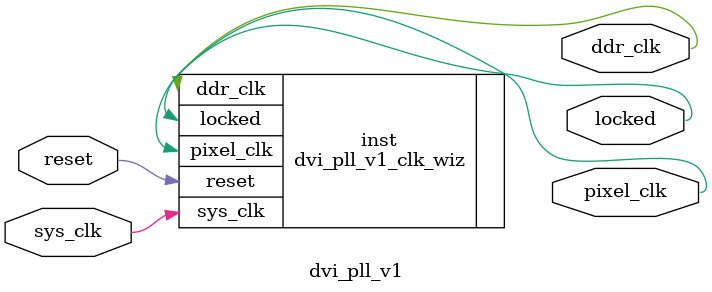
<source format=v>


`timescale 1ps/1ps

(* CORE_GENERATION_INFO = "dvi_pll_v1,clk_wiz_v6_0_1_0_0,{component_name=dvi_pll_v1,use_phase_alignment=true,use_min_o_jitter=false,use_max_i_jitter=false,use_dyn_phase_shift=false,use_inclk_switchover=false,use_dyn_reconfig=false,enable_axi=0,feedback_source=FDBK_AUTO,PRIMITIVE=MMCM,num_out_clk=2,clkin1_period=6.734,clkin2_period=10.0,use_power_down=false,use_reset=true,use_locked=true,use_inclk_stopped=false,feedback_type=SINGLE,CLOCK_MGR_TYPE=NA,manual_override=false}" *)

module dvi_pll_v1 
 (
  // Clock out ports
  output        pixel_clk,
  output        ddr_clk,
  // Status and control signals
  input         reset,
  output        locked,
 // Clock in ports
  input         sys_clk
 );

  dvi_pll_v1_clk_wiz inst
  (
  // Clock out ports  
  .pixel_clk(pixel_clk),
  .ddr_clk(ddr_clk),
  // Status and control signals               
  .reset(reset), 
  .locked(locked),
 // Clock in ports
  .sys_clk(sys_clk)
  );

endmodule

</source>
